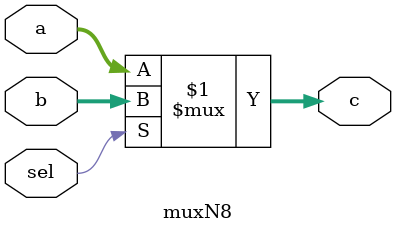
<source format=sv>
module muxN8(
  input logic sel,
  input logic[7:0] a,
  input logic[7:0] b,
  output logic[7:0] c
  );

  assign c = sel ? b : a;

endmodule: muxN8
</source>
